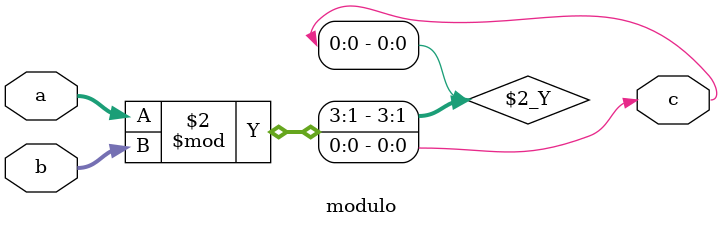
<source format=v>
module modulo ( a, b, c);
  input [3:0] a;
  input [3:0] b;
  output reg c;
  always @(a or b) begin
    c = a % b;
  end
endmodule
</source>
